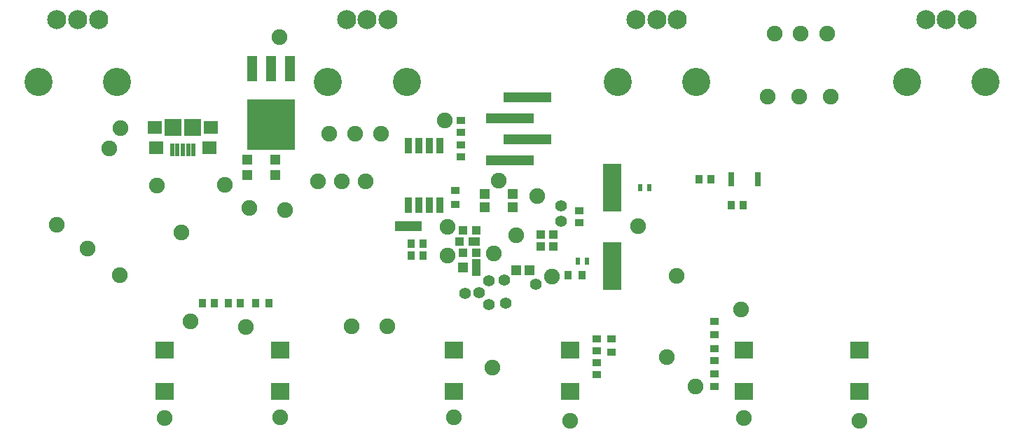
<source format=gbr>
%FSDAX33Y33*%
%MOMM*%
%SFA1B1*%

%IPPOS*%
%ADD11R,0.753199X1.703200*%
%ADD12R,1.203201X3.053199*%
%ADD13R,5.753199X6.153201*%
%ADD14R,0.853201X1.853199*%
%ADD15R,5.843199X1.163201*%
%ADD16R,2.303201X5.803199*%
%ADD17R,1.103201X0.853201*%
%ADD18R,0.853201X1.103201*%
%ADD19R,1.103201X0.953201*%
%ADD20R,0.623199X0.823199*%
%ADD21R,1.000001X1.000001*%
%ADD22R,1.253200X1.253200*%
%ADD23R,2.203201X2.003199*%
%ADD24R,1.200000X1.200000*%
%ADD25R,1.000001X1.999999*%
%ADD26R,1.400000X1.000001*%
%ADD27R,0.603199X1.553200*%
%ADD28R,1.653200X1.503200*%
%ADD29R,1.803199X1.603200*%
%ADD30R,2.103199X2.103199*%
%ADD31R,1.204003X1.204003*%
%ADD32R,0.953201X1.103201*%
%ADD33R,3.203199X1.203201*%
%ADD34C,1.403200*%
%ADD35C,2.303201*%
%ADD36C,3.403201*%
%ADD37C,1.903199*%
%LNtopsolder-1*%
%LPD*%
G54D36*
X006247Y054779D03*
G54D35*
X008497Y062279D03*
X010997D03*
X013497D03*
G54D36*
X015747Y054779D03*
G54D28*
X020272Y049229D03*
G54D29*
X020497Y046779D03*
G54D23*
X021497Y017279D03*
Y022279D03*
G54D27*
X022397Y046554D03*
G54D30*
X022497Y049229D03*
G54D27*
X023047Y046554D03*
X023697D03*
X024347D03*
G54D30*
X024897Y049229D03*
G54D27*
X024997Y046554D03*
G54D18*
X026072Y027979D03*
G54D29*
X026897Y046779D03*
G54D28*
X027122Y049229D03*
G54D18*
X027522Y027979D03*
X029172D03*
X030622D03*
G54D22*
X031497Y043454D03*
Y045304D03*
G54D12*
X032107Y056329D03*
G54D32*
X032472Y027979D03*
X034122D03*
G54D13*
X034397Y049579D03*
G54D12*
X034397Y056329D03*
G54D22*
X034897Y043454D03*
Y045304D03*
G54D23*
X035497Y017279D03*
Y022279D03*
G54D12*
X036687Y056329D03*
G54D36*
X041247Y054779D03*
G54D35*
X043497Y062279D03*
X045997D03*
X048497D03*
G54D36*
X050747Y054779D03*
G54D14*
X050926Y039879D03*
Y047079D03*
G54D33*
X050997Y037279D03*
G54D18*
X051272Y033779D03*
Y035179D03*
G54D14*
X052196Y039879D03*
Y047079D03*
G54D18*
X052722Y033779D03*
Y035179D03*
G54D14*
X053466Y039879D03*
Y047079D03*
X054736Y039879D03*
Y047079D03*
G54D23*
X056497Y017279D03*
Y022279D03*
G54D19*
X056597Y039954D03*
Y041604D03*
G54D21*
X057097Y035439D03*
G54D17*
X057297Y045654D03*
Y047104D03*
Y048654D03*
Y050104D03*
G54D24*
X057597Y032279D03*
G54D21*
X057597Y034079D03*
Y036779D03*
G54D34*
X057797Y029179D03*
G54D26*
X058897Y035439D03*
G54D25*
X059157Y032279D03*
G54D21*
X059157Y034079D03*
Y036779D03*
G54D34*
X059497Y029279D03*
G54D31*
X060197Y039619D03*
G54D24*
X060197Y041179D03*
G54D34*
X060697Y030679D03*
Y027779D03*
X062597Y030779D03*
X062697Y027979D03*
G54D15*
X063207Y045269D03*
Y050349D03*
G54D31*
X063597Y039619D03*
G54D24*
X063597Y041179D03*
G54D31*
X064037Y031979D03*
G54D15*
X065387Y047809D03*
Y052889D03*
G54D24*
X065597Y031979D03*
G54D34*
X066397Y030279D03*
G54D21*
X066937Y034879D03*
Y036279D03*
X068497Y034879D03*
Y036279D03*
G54D34*
X069397Y037879D03*
Y039779D03*
G54D32*
X070272Y031379D03*
G54D23*
X070497Y017279D03*
Y022279D03*
G54D20*
X071447Y033079D03*
G54D17*
X071649Y037754D03*
Y039204D03*
G54D32*
X071922Y031379D03*
G54D20*
X072547Y033079D03*
G54D17*
X073697Y019354D03*
Y020804D03*
Y022254D03*
Y023704D03*
G54D19*
X075497Y022054D03*
Y023704D03*
G54D16*
X075575Y032445D03*
Y041945D03*
G54D36*
X076247Y054779D03*
G54D35*
X078497Y062279D03*
G54D20*
X078947Y041979D03*
X080047D03*
G54D35*
X080997Y062279D03*
X083497D03*
G54D36*
X085747Y054779D03*
G54D18*
X086072Y042979D03*
X087522D03*
G54D17*
X087997Y017954D03*
Y019404D03*
Y021054D03*
Y022504D03*
G54D19*
X087997Y024154D03*
Y025804D03*
G54D18*
X089972Y039879D03*
G54D11*
X089972Y042979D03*
G54D18*
X091422Y039879D03*
G54D23*
X091497Y017279D03*
Y022279D03*
G54D11*
X093222Y042979D03*
G54D23*
X105497Y017279D03*
Y022279D03*
G54D36*
X111247Y054779D03*
G54D35*
X113497Y062279D03*
X115997D03*
X118497D03*
G54D36*
X120747Y054779D03*
G54D37*
X008497Y037479D03*
X012197Y034579D03*
X014797Y046679D03*
X016097Y031379D03*
X016197Y049179D03*
X020597Y042179D03*
X021497Y014079D03*
X023497Y036579D03*
X024597Y025779D03*
X028797Y042279D03*
X031345Y025124D03*
X031697Y039479D03*
X035397Y060179D03*
X035497Y014179D03*
X036097Y039279D03*
X039997Y042679D03*
X041397Y048479D03*
X042897Y042679D03*
X044097Y025179D03*
X044547Y048479D03*
X045797Y042679D03*
X047697Y048479D03*
X048397Y025179D03*
X055397Y050079D03*
X055697Y033779D03*
Y037179D03*
X056497Y014179D03*
X061097Y020179D03*
X061297Y033979D03*
X061897Y042779D03*
X063997Y036179D03*
X066497Y040979D03*
X068340Y031229D03*
X070497Y013779D03*
X078697Y037279D03*
X082197Y021479D03*
X083397Y031279D03*
X085697Y017954D03*
X091204Y027250D03*
X091497Y014079D03*
X094397Y052979D03*
X095197Y060579D03*
X098197Y052979D03*
X098397Y060579D03*
X101597D03*
X101997Y052979D03*
X105497Y013779D03*
M02*
</source>
